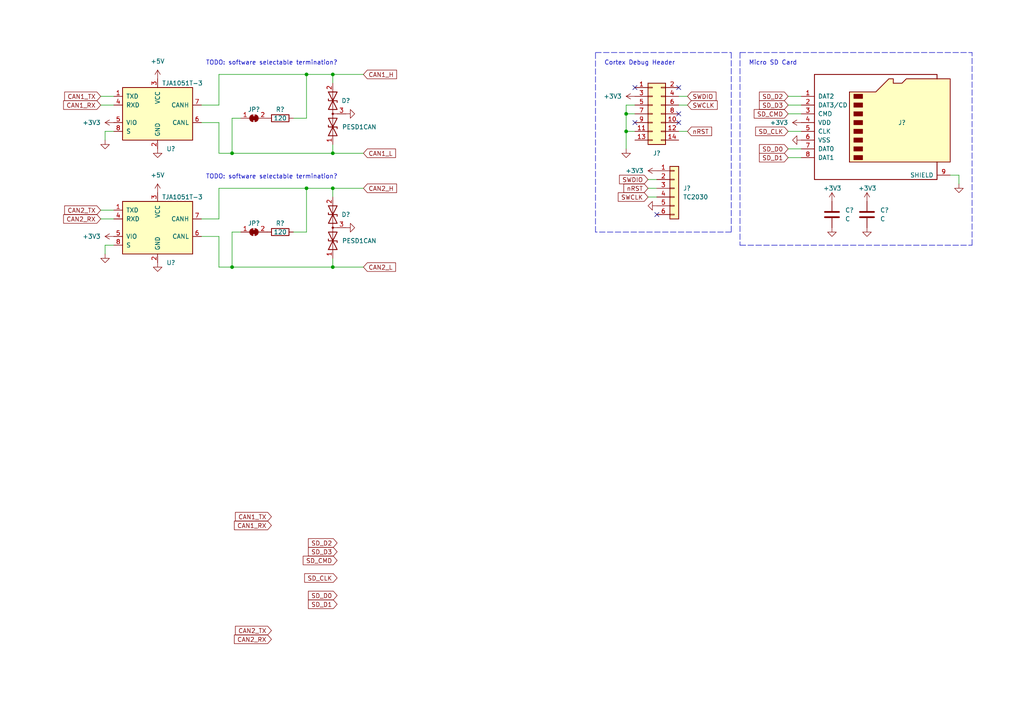
<source format=kicad_sch>
(kicad_sch (version 20211123) (generator eeschema)
  (paper "A4")
  (lib_symbols
    (symbol "Connector:Micro_SD_Card" (pin_names (offset 1.016))
      (property "Reference" "J" (at -16.51 15.24 0))
      (property "Value" "Micro_SD_Card" (at 16.51 15.24 0))
      (symbol "Micro_SD_Card_0_1"
        (rectangle (start -7.62 -9.525) (end -5.08 -10.795) (fill (type outline)))
        (rectangle (start -7.62 -6.985) (end -5.08 -8.255) (fill (type outline)))
        (rectangle (start -7.62 -4.445) (end -5.08 -5.715) (fill (type outline)))
        (rectangle (start -7.62 -1.905) (end -5.08 -3.175) (fill (type outline)))
        (rectangle (start -7.62 0.635) (end -5.08 -0.635) (fill (type outline)))
        (rectangle (start -7.62 3.175) (end -5.08 1.905) (fill (type outline)))
        (rectangle (start -7.62 5.715) (end -5.08 4.445) (fill (type outline)))
        (rectangle (start -7.62 8.255) (end -5.08 6.985) (fill (type outline)))
        (polyline (pts (xy 16.51 12.7) (xy 16.51 13.97) (xy -19.05 13.97) (xy -19.05 -16.51) (xy 16.51 -16.51) (xy 16.51 -11.43)) (stroke (width 0.254)))
        (polyline (pts (xy -8.89 -11.43) (xy -8.89 8.89) (xy -1.27 8.89) (xy 2.54 12.7) (xy 3.81 12.7) (xy 3.81 11.43) (xy 6.35 11.43) (xy 7.62 12.7) (xy 20.32 12.7) (xy 20.32 -11.43) (xy -8.89 -11.43)) (stroke (width 0.254)) (fill (type background)))
      )
      (symbol "Micro_SD_Card_1_1"
        (pin bidirectional line (at -22.86 7.62 0) (length 3.81) (name "DAT2") (number "1"))
        (pin bidirectional line (at -22.86 5.08 0) (length 3.81) (name "DAT3/CD") (number "2"))
        (pin input line (at -22.86 2.54 0) (length 3.81) (name "CMD") (number "3"))
        (pin power_in line (at -22.86 0 0) (length 3.81) (name "VDD") (number "4"))
        (pin input line (at -22.86 -2.54 0) (length 3.81) (name "CLK") (number "5"))
        (pin power_in line (at -22.86 -5.08 0) (length 3.81) (name "VSS") (number "6"))
        (pin bidirectional line (at -22.86 -7.62 0) (length 3.81) (name "DAT0") (number "7"))
        (pin bidirectional line (at -22.86 -10.16 0) (length 3.81) (name "DAT1") (number "8"))
        (pin passive line (at 20.32 -15.24 180) (length 3.81) (name "SHIELD") (number "9"))
      )
    )
    (symbol "Connector_Generic:Conn_01x06" (pin_names (offset 1.016) hide)
      (property "Reference" "J" (at 0 7.62 0))
      (property "Value" "Conn_01x06" (at 0 -10.16 0))
      (symbol "Conn_01x06_1_1"
        (rectangle (start -1.27 -7.493) (end 0 -7.747) (stroke (width 0.1524)))
        (rectangle (start -1.27 -4.953) (end 0 -5.207) (stroke (width 0.1524)))
        (rectangle (start -1.27 -2.413) (end 0 -2.667) (stroke (width 0.1524)))
        (rectangle (start -1.27 0.127) (end 0 -0.127) (stroke (width 0.1524)))
        (rectangle (start -1.27 2.667) (end 0 2.413) (stroke (width 0.1524)))
        (rectangle (start -1.27 5.207) (end 0 4.953) (stroke (width 0.1524)))
        (rectangle (start -1.27 6.35) (end 1.27 -8.89) (stroke (width 0.254)) (fill (type background)))
        (pin passive line (at -5.08 5.08 0) (length 3.81) (name "Pin_1") (number "1"))
        (pin passive line (at -5.08 2.54 0) (length 3.81) (name "Pin_2") (number "2"))
        (pin passive line (at -5.08 0 0) (length 3.81) (name "Pin_3") (number "3"))
        (pin passive line (at -5.08 -2.54 0) (length 3.81) (name "Pin_4") (number "4"))
        (pin passive line (at -5.08 -5.08 0) (length 3.81) (name "Pin_5") (number "5"))
        (pin passive line (at -5.08 -7.62 0) (length 3.81) (name "Pin_6") (number "6"))
      )
    )
    (symbol "Connector_Generic:Conn_02x07_Odd_Even" (pin_names (offset 1.016) hide)
      (property "Reference" "J" (at 1.27 10.16 0))
      (property "Value" "Conn_02x07_Odd_Even" (at 1.27 -10.16 0))
      (symbol "Conn_02x07_Odd_Even_1_1"
        (rectangle (start -1.27 -7.493) (end 0 -7.747) (stroke (width 0.1524)))
        (rectangle (start -1.27 -4.953) (end 0 -5.207) (stroke (width 0.1524)))
        (rectangle (start -1.27 -2.413) (end 0 -2.667) (stroke (width 0.1524)))
        (rectangle (start -1.27 0.127) (end 0 -0.127) (stroke (width 0.1524)))
        (rectangle (start -1.27 2.667) (end 0 2.413) (stroke (width 0.1524)))
        (rectangle (start -1.27 5.207) (end 0 4.953) (stroke (width 0.1524)))
        (rectangle (start -1.27 7.747) (end 0 7.493) (stroke (width 0.1524)))
        (rectangle (start -1.27 8.89) (end 3.81 -8.89) (stroke (width 0.254)) (fill (type background)))
        (rectangle (start 3.81 -7.493) (end 2.54 -7.747) (stroke (width 0.1524)))
        (rectangle (start 3.81 -4.953) (end 2.54 -5.207) (stroke (width 0.1524)))
        (rectangle (start 3.81 -2.413) (end 2.54 -2.667) (stroke (width 0.1524)))
        (rectangle (start 3.81 0.127) (end 2.54 -0.127) (stroke (width 0.1524)))
        (rectangle (start 3.81 2.667) (end 2.54 2.413) (stroke (width 0.1524)))
        (rectangle (start 3.81 5.207) (end 2.54 4.953) (stroke (width 0.1524)))
        (rectangle (start 3.81 7.747) (end 2.54 7.493) (stroke (width 0.1524)))
        (pin passive line (at -5.08 7.62 0) (length 3.81) (name "Pin_1") (number "1"))
        (pin passive line (at 7.62 -2.54 180) (length 3.81) (name "Pin_10") (number "10"))
        (pin passive line (at -5.08 -5.08 0) (length 3.81) (name "Pin_11") (number "11"))
        (pin passive line (at 7.62 -5.08 180) (length 3.81) (name "Pin_12") (number "12"))
        (pin passive line (at -5.08 -7.62 0) (length 3.81) (name "Pin_13") (number "13"))
        (pin passive line (at 7.62 -7.62 180) (length 3.81) (name "Pin_14") (number "14"))
        (pin passive line (at 7.62 7.62 180) (length 3.81) (name "Pin_2") (number "2"))
        (pin passive line (at -5.08 5.08 0) (length 3.81) (name "Pin_3") (number "3"))
        (pin passive line (at 7.62 5.08 180) (length 3.81) (name "Pin_4") (number "4"))
        (pin passive line (at -5.08 2.54 0) (length 3.81) (name "Pin_5") (number "5"))
        (pin passive line (at 7.62 2.54 180) (length 3.81) (name "Pin_6") (number "6"))
        (pin passive line (at -5.08 0 0) (length 3.81) (name "Pin_7") (number "7"))
        (pin passive line (at 7.62 0 180) (length 3.81) (name "Pin_8") (number "8"))
        (pin passive line (at -5.08 -2.54 0) (length 3.81) (name "Pin_9") (number "9"))
      )
    )
    (symbol "Device:C" (pin_numbers hide) (pin_names (offset 0.254))
      (property "Reference" "C" (at 0.635 2.54 0))
      (property "Value" "C" (at 0.635 -2.54 0))
      (symbol "C_0_1"
        (polyline (pts (xy -2.032 -0.762) (xy 2.032 -0.762)) (stroke (width 0.508)))
        (polyline (pts (xy -2.032 0.762) (xy 2.032 0.762)) (stroke (width 0.508)))
      )
      (symbol "C_1_1"
        (pin passive line (at 0 3.81 270) (length 2.794) (name "~") (number "1"))
        (pin passive line (at 0 -3.81 90) (length 2.794) (name "~") (number "2"))
      )
    )
    (symbol "Device:D_TVS_Dual_AAC" (pin_names (offset 1.016) hide)
      (property "Reference" "D" (at 0 4.445 0))
      (property "Value" "D_TVS_Dual_AAC" (at 0 2.54 0))
      (symbol "D_TVS_Dual_AAC_0_0"
        (polyline (pts (xy 0 -1.27) (xy 0 0)))
      )
      (symbol "D_TVS_Dual_AAC_0_1"
        (polyline (pts (xy -6.35 0) (xy 6.35 0)))
        (polyline (pts (xy -3.302 1.27) (xy -3.81 1.27) (xy -3.81 -1.27) (xy -4.318 -1.27)) (stroke (width 0.254)))
        (polyline (pts (xy 4.318 1.27) (xy 3.81 1.27) (xy 3.81 -1.27) (xy 3.302 -1.27)) (stroke (width 0.254)))
        (polyline (pts (xy -6.35 1.27) (xy -1.27 -1.27) (xy -1.27 1.27) (xy -6.35 -1.27) (xy -6.35 1.27)) (stroke (width 0.254)))
        (polyline (pts (xy 6.35 1.27) (xy 1.27 -1.27) (xy 1.27 1.27) (xy 6.35 -1.27) (xy 6.35 1.27)) (stroke (width 0.254)))
        (circle (center 0 0) (radius 0.254) (fill (type outline)))
      )
      (symbol "D_TVS_Dual_AAC_1_1"
        (pin passive line (at -8.89 0 0) (length 2.54) (name "A1") (number "1"))
        (pin passive line (at 8.89 0 180) (length 2.54) (name "A2") (number "2"))
        (pin input line (at 0 -3.81 90) (length 2.54) (name "common") (number "3"))
      )
    )
    (symbol "Device:R" (pin_numbers hide) (pin_names (offset 0))
      (property "Reference" "R" (at 2.032 0 90))
      (property "Value" "R" (at 0 0 90))
      (symbol "R_0_1"
        (rectangle (start -1.016 -2.54) (end 1.016 2.54) (stroke (width 0.254)))
      )
      (symbol "R_1_1"
        (pin passive line (at 0 3.81 270) (length 1.27) (name "~") (number "1"))
        (pin passive line (at 0 -3.81 90) (length 1.27) (name "~") (number "2"))
      )
    )
    (symbol "Interface_CAN_LIN:TJA1051T-3" (pin_names (offset 1.016))
      (property "Reference" "U" (at -10.16 8.89 0))
      (property "Value" "TJA1051T-3" (at 1.27 8.89 0))
      (symbol "TJA1051T-3_0_1"
        (rectangle (start -10.16 7.62) (end 10.16 -7.62) (stroke (width 0.254)) (fill (type background)))
      )
      (symbol "TJA1051T-3_1_1"
        (pin input line (at -12.7 5.08 0) (length 2.54) (name "TXD") (number "1"))
        (pin power_in line (at 0 -10.16 90) (length 2.54) (name "GND") (number "2"))
        (pin power_in line (at 0 10.16 270) (length 2.54) (name "VCC") (number "3"))
        (pin output line (at -12.7 2.54 0) (length 2.54) (name "RXD") (number "4"))
        (pin power_in line (at -12.7 -2.54 0) (length 2.54) (name "VIO") (number "5"))
        (pin bidirectional line (at 12.7 -2.54 180) (length 2.54) (name "CANL") (number "6"))
        (pin bidirectional line (at 12.7 2.54 180) (length 2.54) (name "CANH") (number "7"))
        (pin input line (at -12.7 -5.08 0) (length 2.54) (name "S") (number "8"))
      )
    )
    (symbol "Jumper:SolderJumper_2_Bridged" (pin_names (offset 0) hide)
      (property "Reference" "JP" (at 0 2.032 0))
      (property "Value" "SolderJumper_2_Bridged" (at 0 -2.54 0))
      (symbol "SolderJumper_2_Bridged_0_1"
        (rectangle (start -0.508 0.508) (end 0.508 -0.508) (fill (type outline)))
        (arc (start -0.254 1.016) (mid -1.27 0) (end -0.254 -1.016))
        (arc (start -0.254 1.016) (mid -1.27 0) (end -0.254 -1.016) (fill (type outline)))
        (polyline (pts (xy -0.254 1.016) (xy -0.254 -1.016)))
        (polyline (pts (xy 0.254 1.016) (xy 0.254 -1.016)))
        (arc (start 0.254 -1.016) (mid 1.27 0) (end 0.254 1.016))
        (arc (start 0.254 -1.016) (mid 1.27 0) (end 0.254 1.016) (fill (type outline)))
      )
      (symbol "SolderJumper_2_Bridged_1_1"
        (pin passive line (at -3.81 0 0) (length 2.54) (name "A") (number "1"))
        (pin passive line (at 3.81 0 180) (length 2.54) (name "B") (number "2"))
      )
    )
    (symbol "power:+3V3" (power) (pin_names (offset 0))
      (property "Value" "+3V3" (at 0 3.556 0))
      (symbol "+3V3_0_1"
        (polyline (pts (xy -0.762 1.27) (xy 0 2.54)))
        (polyline (pts (xy 0 0) (xy 0 2.54)))
        (polyline (pts (xy 0 2.54) (xy 0.762 1.27)))
      )
      (symbol "+3V3_1_1"
        (pin power_in line (at 0 0 90) (length 0) hide (name "+3V3") (number "1"))
      )
    )
    (symbol "power:+5V" (power) (pin_names (offset 0))
      (property "Value" "+5V" (at 0 3.556 0))
      (symbol "+5V_0_1"
        (polyline (pts (xy -0.762 1.27) (xy 0 2.54)))
        (polyline (pts (xy 0 0) (xy 0 2.54)))
        (polyline (pts (xy 0 2.54) (xy 0.762 1.27)))
      )
      (symbol "+5V_1_1"
        (pin power_in line (at 0 0 90) (length 0) hide (name "+5V") (number "1"))
      )
    )
    (symbol "power:GND" (power) (pin_names (offset 0))
      (property "Value" "GND" (at 0 -3.81 0))
      (symbol "GND_0_1"
        (polyline (pts (xy 0 0) (xy 0 -1.27) (xy 1.27 -1.27) (xy 0 -2.54) (xy -1.27 -1.27) (xy 0 -1.27)))
      )
      (symbol "GND_1_1"
        (pin power_in line (at 0 0 270) (length 0) hide (name "GND") (number "1"))
      )
    )
  )
  (junction (at 96.52 54.61))
  (junction (at 67.31 77.47))
  (junction (at 96.52 21.59))
  (junction (at 181.61 38.1))
  (junction (at 181.61 33.02))
  (junction (at 88.9 54.61))
  (junction (at 96.52 77.47))
  (junction (at 96.52 44.45))
  (junction (at 67.31 44.45))
  (junction (at 88.9 21.59))
  (no_connect (at 190.5 62.23))
  (no_connect (at 184.15 35.56))
  (no_connect (at 184.15 25.4))
  (no_connect (at 196.85 25.4))
  (no_connect (at 196.85 33.02))
  (no_connect (at 196.85 35.56))
  (wire (pts (xy 96.52 44.45) (xy 105.41 44.45)))
  (wire (pts (xy 58.42 30.48) (xy 63.5 30.48)))
  (wire (pts (xy 30.48 73.66) (xy 30.48 71.12)))
  (wire (pts (xy 187.96 54.61) (xy 190.5 54.61)))
  (polyline (pts (xy 172.72 15.24) (xy 212.09 15.24)))
  (wire (pts (xy 96.52 21.59) (xy 105.41 21.59)))
  (wire (pts (xy 67.31 67.31) (xy 67.31 77.47)))
  (wire (pts (xy 30.48 71.12) (xy 33.02 71.12)))
  (wire (pts (xy 30.48 40.64) (xy 30.48 38.1)))
  (wire (pts (xy 228.6 27.94) (xy 232.41 27.94)))
  (wire (pts (xy 181.61 43.18) (xy 181.61 38.1)))
  (wire (pts (xy 67.31 77.47) (xy 96.52 77.47)))
  (wire (pts (xy 96.52 74.93) (xy 96.52 77.47)))
  (wire (pts (xy 67.31 34.29) (xy 67.31 44.45)))
  (polyline (pts (xy 172.72 67.31) (xy 172.72 15.24)))
  (wire (pts (xy 69.85 34.29) (xy 67.31 34.29)))
  (polyline (pts (xy 214.63 15.24) (xy 214.63 71.12)))
  (wire (pts (xy 58.42 35.56) (xy 63.5 35.56)))
  (wire (pts (xy 29.21 30.48) (xy 33.02 30.48)))
  (polyline (pts (xy 214.63 71.12) (xy 281.94 71.12)))
  (wire (pts (xy 88.9 54.61) (xy 96.52 54.61)))
  (wire (pts (xy 187.96 52.07) (xy 190.5 52.07)))
  (wire (pts (xy 228.6 33.02) (xy 232.41 33.02)))
  (wire (pts (xy 30.48 38.1) (xy 33.02 38.1)))
  (wire (pts (xy 58.42 68.58) (xy 63.5 68.58)))
  (polyline (pts (xy 212.09 67.31) (xy 172.72 67.31)))
  (wire (pts (xy 196.85 30.48) (xy 199.39 30.48)))
  (wire (pts (xy 69.85 67.31) (xy 67.31 67.31)))
  (wire (pts (xy 63.5 54.61) (xy 88.9 54.61)))
  (wire (pts (xy 96.52 41.91) (xy 96.52 44.45)))
  (wire (pts (xy 63.5 63.5) (xy 63.5 54.61)))
  (wire (pts (xy 88.9 21.59) (xy 96.52 21.59)))
  (wire (pts (xy 196.85 38.1) (xy 199.39 38.1)))
  (wire (pts (xy 63.5 35.56) (xy 63.5 44.45)))
  (wire (pts (xy 63.5 30.48) (xy 63.5 21.59)))
  (wire (pts (xy 96.52 54.61) (xy 96.52 57.15)))
  (wire (pts (xy 85.09 34.29) (xy 88.9 34.29)))
  (wire (pts (xy 96.52 54.61) (xy 105.41 54.61)))
  (wire (pts (xy 29.21 27.94) (xy 33.02 27.94)))
  (wire (pts (xy 228.6 38.1) (xy 232.41 38.1)))
  (wire (pts (xy 181.61 38.1) (xy 181.61 33.02)))
  (wire (pts (xy 29.21 63.5) (xy 33.02 63.5)))
  (wire (pts (xy 58.42 63.5) (xy 63.5 63.5)))
  (wire (pts (xy 228.6 45.72) (xy 232.41 45.72)))
  (wire (pts (xy 181.61 30.48) (xy 184.15 30.48)))
  (wire (pts (xy 181.61 33.02) (xy 181.61 30.48)))
  (wire (pts (xy 85.09 67.31) (xy 88.9 67.31)))
  (wire (pts (xy 181.61 33.02) (xy 184.15 33.02)))
  (wire (pts (xy 187.96 57.15) (xy 190.5 57.15)))
  (polyline (pts (xy 212.09 15.24) (xy 212.09 67.31)))
  (wire (pts (xy 181.61 38.1) (xy 184.15 38.1)))
  (wire (pts (xy 228.6 30.48) (xy 232.41 30.48)))
  (polyline (pts (xy 214.63 15.24) (xy 281.94 15.24)))
  (wire (pts (xy 67.31 44.45) (xy 96.52 44.45)))
  (wire (pts (xy 96.52 77.47) (xy 105.41 77.47)))
  (wire (pts (xy 228.6 43.18) (xy 232.41 43.18)))
  (wire (pts (xy 63.5 21.59) (xy 88.9 21.59)))
  (wire (pts (xy 88.9 67.31) (xy 88.9 54.61)))
  (wire (pts (xy 278.13 50.8) (xy 275.59 50.8)))
  (wire (pts (xy 63.5 68.58) (xy 63.5 77.47)))
  (wire (pts (xy 29.21 60.96) (xy 33.02 60.96)))
  (wire (pts (xy 88.9 34.29) (xy 88.9 21.59)))
  (wire (pts (xy 63.5 77.47) (xy 67.31 77.47)))
  (wire (pts (xy 96.52 21.59) (xy 96.52 24.13)))
  (wire (pts (xy 196.85 27.94) (xy 199.39 27.94)))
  (polyline (pts (xy 281.94 71.12) (xy 281.94 15.24)))
  (wire (pts (xy 278.13 53.34) (xy 278.13 50.8)))
  (wire (pts (xy 63.5 44.45) (xy 67.31 44.45)))
  (text "TODO: software selectable termination?" (at 59.69 19.05 0) (effects (font (size 1.27 1.27)) (justify left bottom)))
  (text "Cortex Debug Header" (at 175.26 19.05 0) (effects (font (size 1.27 1.27)) (justify left bottom)))
  (text "Micro SD Card" (at 217.17 19.05 0) (effects (font (size 1.27 1.27)) (justify left bottom)))
  (text "TODO: software selectable termination?" (at 59.69 52.07 0) (effects (font (size 1.27 1.27)) (justify left bottom)))
  (global_label "CAN1_TX" (shape input) (at 78.74 149.86 180) (property "Intersheet References" "${INTERSHEET_REFS}" (effects hide)))
  (global_label "SD_D1" (shape input) (at 228.6 45.72 180) (property "Intersheet References" "${INTERSHEET_REFS}" (effects hide)))
  (global_label "nRST" (shape input) (at 199.39 38.1 0) (property "Intersheet References" "${INTERSHEET_REFS}" (effects hide)))
  (global_label "SD_D3" (shape input) (at 97.79 160.02 180) (property "Intersheet References" "${INTERSHEET_REFS}" (effects hide)))
  (global_label "SWDIO" (shape input) (at 187.96 52.07 180) (property "Intersheet References" "${INTERSHEET_REFS}" (effects hide)))
  (global_label "CAN1_H" (shape input) (at 105.41 21.59 0) (property "Intersheet References" "${INTERSHEET_REFS}" (effects hide)))
  (global_label "SD_D0" (shape input) (at 228.6 43.18 180) (property "Intersheet References" "${INTERSHEET_REFS}" (effects hide)))
  (global_label "SD_CLK" (shape input) (at 97.79 167.64 180) (property "Intersheet References" "${INTERSHEET_REFS}" (effects hide)))
  (global_label "SWCLK" (shape input) (at 187.96 57.15 180) (property "Intersheet References" "${INTERSHEET_REFS}" (effects hide)))
  (global_label "CAN2_L" (shape input) (at 105.41 77.47 0) (property "Intersheet References" "${INTERSHEET_REFS}" (effects hide)))
  (global_label "CAN2_RX" (shape input) (at 29.21 63.5 180) (property "Intersheet References" "${INTERSHEET_REFS}" (effects hide)))
  (global_label "CAN1_RX" (shape input) (at 29.21 30.48 180) (property "Intersheet References" "${INTERSHEET_REFS}" (effects hide)))
  (global_label "SD_D0" (shape input) (at 97.79 172.72 180) (property "Intersheet References" "${INTERSHEET_REFS}" (effects hide)))
  (global_label "CAN2_H" (shape input) (at 105.41 54.61 0) (property "Intersheet References" "${INTERSHEET_REFS}" (effects hide)))
  (global_label "CAN2_TX" (shape input) (at 78.74 182.88 180) (property "Intersheet References" "${INTERSHEET_REFS}" (effects hide)))
  (global_label "SD_D3" (shape input) (at 228.6 30.48 180) (property "Intersheet References" "${INTERSHEET_REFS}" (effects hide)))
  (global_label "CAN1_RX" (shape input) (at 78.74 152.4 180) (property "Intersheet References" "${INTERSHEET_REFS}" (effects hide)))
  (global_label "CAN1_L" (shape input) (at 105.41 44.45 0) (property "Intersheet References" "${INTERSHEET_REFS}" (effects hide)))
  (global_label "SD_CMD" (shape input) (at 97.79 162.56 180) (property "Intersheet References" "${INTERSHEET_REFS}" (effects hide)))
  (global_label "CAN2_RX" (shape input) (at 78.74 185.42 180) (property "Intersheet References" "${INTERSHEET_REFS}" (effects hide)))
  (global_label "SD_D1" (shape input) (at 97.79 175.26 180) (property "Intersheet References" "${INTERSHEET_REFS}" (effects hide)))
  (global_label "CAN2_TX" (shape input) (at 29.21 60.96 180) (property "Intersheet References" "${INTERSHEET_REFS}" (effects hide)))
  (global_label "nRST" (shape input) (at 187.96 54.61 180) (property "Intersheet References" "${INTERSHEET_REFS}" (effects hide)))
  (global_label "SD_D2" (shape input) (at 97.79 157.48 180) (property "Intersheet References" "${INTERSHEET_REFS}" (effects hide)))
  (global_label "SD_CLK" (shape input) (at 228.6 38.1 180) (property "Intersheet References" "${INTERSHEET_REFS}" (effects hide)))
  (global_label "SD_D2" (shape input) (at 228.6 27.94 180) (property "Intersheet References" "${INTERSHEET_REFS}" (effects hide)))
  (global_label "CAN1_TX" (shape input) (at 29.21 27.94 180) (property "Intersheet References" "${INTERSHEET_REFS}" (effects hide)))
  (global_label "SWDIO" (shape input) (at 199.39 27.94 0) (property "Intersheet References" "${INTERSHEET_REFS}" (effects hide)))
  (global_label "SWCLK" (shape input) (at 199.39 30.48 0) (property "Intersheet References" "${INTERSHEET_REFS}" (effects hide)))
  (global_label "SD_CMD" (shape input) (at 228.6 33.02 180) (property "Intersheet References" "${INTERSHEET_REFS}" (effects hide)))
  (symbol (lib_id "power:+5V") (at 45.72 22.86 0) (unit 1)
    (property "Reference" "#PWR?" (effects hide))
    (property "Value" "+5V" (at 45.72 17.78 0))
  )
  (symbol (lib_id "Connector_Generic:Conn_01x06") (at 195.58 54.61 0) (unit 1)
    (property "Reference" "J?" (at 198.12 54.6099 0) (effects (justify left)))
    (property "Value" "TC2030" (at 198.12 57.1499 0) (effects (justify left)))
  )
  (symbol (lib_id "Device:C") (at 241.3 62.23 0) (unit 1)
    (property "Reference" "C?" (at 245.11 60.9599 0) (effects (justify left)))
    (property "Value" "C" (at 245.11 63.4999 0) (effects (justify left)))
  )
  (symbol (lib_id "power:+5V") (at 45.72 55.88 0) (unit 1)
    (property "Reference" "#PWR?" (effects hide))
    (property "Value" "+5V" (at 45.72 50.8 0))
  )
  (symbol (lib_id "power:GND") (at 100.33 66.04 90) (unit 1)
    (property "Reference" "#PWR?" (effects hide))
    (property "Value" "GND" (effects hide))
  )
  (symbol (lib_id "power:GND") (at 190.5 59.69 270) (unit 1)
    (property "Reference" "#PWR?" (effects hide))
    (property "Value" "GND" (effects hide))
  )
  (symbol (lib_id "power:+3V3") (at 184.15 27.94 90) (unit 1)
    (property "Reference" "#PWR?" (effects hide))
    (property "Value" "+3V3" (at 180.34 27.9399 90) (effects (justify left)))
  )
  (symbol (lib_id "Device:R") (at 81.28 34.29 90) (unit 1)
    (property "Reference" "R?" (at 81.28 31.75 90))
    (property "Value" "120" (at 81.28 34.29 90))
  )
  (symbol (lib_id "Connector_Generic:Conn_02x07_Odd_Even") (at 189.23 33.02 0) (unit 1)
    (property "Reference" "J?" (at 190.5 44.45 0))
    (property "Value" "Conn_02x07_Odd_Even" (effects hide))
  )
  (symbol (lib_id "power:GND") (at 45.72 76.2 0) (unit 1)
    (property "Reference" "#PWR?" (effects hide))
    (property "Value" "GND" (effects hide))
  )
  (symbol (lib_id "power:+3V3") (at 190.5 49.53 90) (unit 1)
    (property "Reference" "#PWR?" (effects hide))
    (property "Value" "+3V3" (at 186.69 49.5299 90) (effects (justify left)))
  )
  (symbol (lib_id "Interface_CAN_LIN:TJA1051T-3") (at 45.72 33.02 0) (unit 1)
    (property "Reference" "U?" (at 48.26 43.18 0) (effects (justify left)))
    (property "Value" "TJA1051T-3" (at 46.99 24.13 0) (effects (justify left)))
    (property "Footprint" "Package_SO:SOIC-8_3.9x4.9mm_P1.27mm" (effects hide))
    (property "Datasheet" "http://www.nxp.com/documents/data_sheet/TJA1051.pdf" (effects hide))
    (property "LCSC" "C38695" (effects hide))
  )
  (symbol (lib_id "power:GND") (at 100.33 33.02 90) (unit 1)
    (property "Reference" "#PWR?" (effects hide))
    (property "Value" "GND" (effects hide))
  )
  (symbol (lib_id "power:+3V3") (at 33.02 35.56 90) (unit 1)
    (property "Reference" "#PWR?" (effects hide))
    (property "Value" "+3V3" (at 29.21 35.5599 90) (effects (justify left)))
  )
  (symbol (lib_id "power:GND") (at 278.13 53.34 0) (unit 1)
    (property "Reference" "#PWR?" (effects hide))
    (property "Value" "GND" (effects hide))
  )
  (symbol (lib_id "Jumper:SolderJumper_2_Bridged") (at 73.66 67.31 0) (unit 1)
    (property "Reference" "JP?" (at 73.66 64.77 0))
    (property "Value" "SolderJumper_2_Bridged" (effects hide))
  )
  (symbol (lib_id "power:GND") (at 30.48 40.64 0) (unit 1)
    (property "Reference" "#PWR?" (effects hide))
    (property "Value" "GND" (effects hide))
  )
  (symbol (lib_id "power:GND") (at 181.61 43.18 0) (unit 1)
    (property "Reference" "#PWR?" (effects hide))
    (property "Value" "GND" (effects hide))
  )
  (symbol (lib_id "power:+3V3") (at 232.41 35.56 90) (unit 1)
    (property "Reference" "#PWR?" (effects hide))
    (property "Value" "+3V3" (at 228.6 35.5599 90) (effects (justify left)))
  )
  (symbol (lib_id "Interface_CAN_LIN:TJA1051T-3") (at 45.72 66.04 0) (unit 1)
    (property "Reference" "U?" (at 48.26 76.2 0) (effects (justify left)))
    (property "Value" "TJA1051T-3" (at 46.99 57.15 0) (effects (justify left)))
    (property "Footprint" "Package_SO:SOIC-8_3.9x4.9mm_P1.27mm" (effects hide))
    (property "Datasheet" "http://www.nxp.com/documents/data_sheet/TJA1051.pdf" (effects hide))
    (property "LCSC" "C38695" (effects hide))
  )
  (symbol (lib_id "power:+3V3") (at 251.46 58.42 0) (unit 1)
    (property "Reference" "#PWR?" (effects hide))
    (property "Value" "+3V3" (at 248.92 54.61 0) (effects (justify left)))
  )
  (symbol (lib_id "Device:R") (at 81.28 67.31 90) (unit 1)
    (property "Reference" "R?" (at 81.28 64.77 90))
    (property "Value" "120" (at 81.28 67.31 90))
  )
  (symbol (lib_id "power:GND") (at 45.72 43.18 0) (unit 1)
    (property "Reference" "#PWR?" (effects hide))
    (property "Value" "GND" (effects hide))
  )
  (symbol (lib_id "Device:D_TVS_Dual_AAC") (at 96.52 66.04 90) (unit 1)
    (property "Reference" "D?" (at 101.6 62.23 90) (effects (justify left)))
    (property "Value" "PESD1CAN" (at 109.22 69.85 90) (effects (justify left)))
    (property "Footprint" "Package_TO_SOT_SMD:SOT-23" (effects hide))
    (property "LCSC" "C15771" (effects hide))
  )
  (symbol (lib_id "power:GND") (at 251.46 66.04 0) (unit 1)
    (property "Reference" "#PWR?" (effects hide))
    (property "Value" "GND" (effects hide))
  )
  (symbol (lib_id "Connector:Micro_SD_Card") (at 255.27 35.56 0) (unit 1)
    (property "Reference" "J?" (at 261.62 35.56 0))
    (property "Value" "Micro_SD_Card" (effects hide))
    (property "Datasheet" "http://katalog.we-online.de/em/datasheet/693072010801.pdf" (effects hide))
  )
  (symbol (lib_id "Device:C") (at 251.46 62.23 0) (unit 1)
    (property "Reference" "C?" (at 255.27 60.9599 0) (effects (justify left)))
    (property "Value" "C" (at 255.27 63.4999 0) (effects (justify left)))
  )
  (symbol (lib_id "power:GND") (at 30.48 73.66 0) (unit 1)
    (property "Reference" "#PWR?" (effects hide))
    (property "Value" "GND" (effects hide))
  )
  (symbol (lib_id "power:+3V3") (at 241.3 58.42 0) (unit 1)
    (property "Reference" "#PWR?" (effects hide))
    (property "Value" "+3V3" (at 238.76 54.61 0) (effects (justify left)))
  )
  (symbol (lib_id "power:GND") (at 232.41 40.64 270) (unit 1)
    (property "Reference" "#PWR?" (effects hide))
    (property "Value" "GND" (effects hide))
  )
  (symbol (lib_id "Device:D_TVS_Dual_AAC") (at 96.52 33.02 90) (unit 1)
    (property "Reference" "D?" (at 101.6 29.21 90) (effects (justify left)))
    (property "Value" "PESD1CAN" (at 109.22 36.83 90) (effects (justify left)))
    (property "Footprint" "Package_TO_SOT_SMD:SOT-23" (effects hide))
    (property "LCSC" "C15771" (effects hide))
  )
  (symbol (lib_id "power:GND") (at 241.3 66.04 0) (unit 1)
    (property "Reference" "#PWR?" (effects hide))
    (property "Value" "GND" (effects hide))
  )
  (symbol (lib_id "Jumper:SolderJumper_2_Bridged") (at 73.66 34.29 0) (unit 1)
    (property "Reference" "JP?" (at 73.66 31.75 0))
    (property "Value" "SolderJumper_2_Bridged" (effects hide))
  )
  (symbol (lib_id "power:+3V3") (at 33.02 68.58 90) (unit 1)
    (property "Reference" "#PWR?" (effects hide))
    (property "Value" "+3V3" (at 29.21 68.5799 90) (effects (justify left)))
  )
)
</source>
